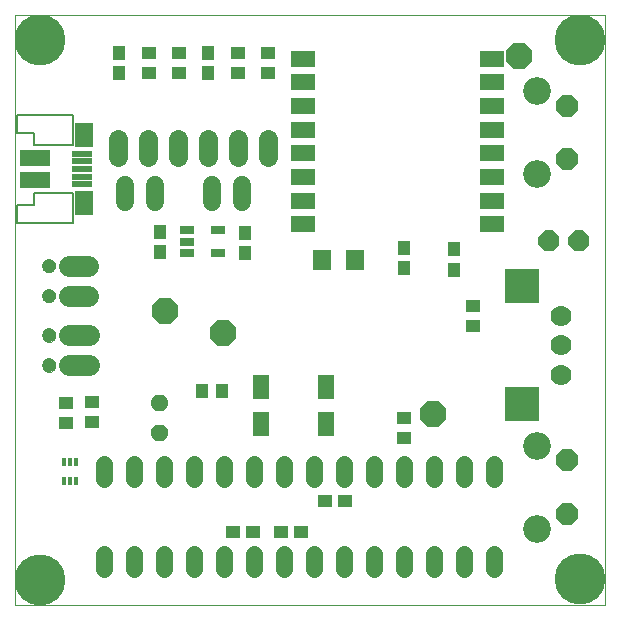
<source format=gbs>
G75*
%MOIN*%
%OFA0B0*%
%FSLAX24Y24*%
%IPPOS*%
%LPD*%
%AMOC8*
5,1,8,0,0,1.08239X$1,22.5*
%
%ADD10C,0.0000*%
%ADD11R,0.0591X0.0670*%
%ADD12R,0.0434X0.0473*%
%ADD13R,0.0473X0.0434*%
%ADD14R,0.0827X0.0552*%
%ADD15OC8,0.0890*%
%ADD16R,0.0512X0.0257*%
%ADD17C,0.0560*%
%ADD18R,0.0552X0.0788*%
%ADD19R,0.0152X0.0316*%
%ADD20R,0.0713X0.0197*%
%ADD21R,0.0615X0.0827*%
%ADD22R,0.1024X0.0581*%
%ADD23C,0.0050*%
%ADD24C,0.0600*%
%ADD25C,0.0112*%
%ADD26OC8,0.0700*%
%ADD27OC8,0.0740*%
%ADD28C,0.0925*%
%ADD29C,0.0700*%
%ADD30R,0.1142X0.1142*%
%ADD31C,0.0640*%
%ADD32C,0.0690*%
%ADD33C,0.0473*%
%ADD34C,0.1700*%
D10*
X000350Y000350D02*
X000350Y020035D01*
X020035Y020035D01*
X020035Y000350D01*
X000350Y000350D01*
X001267Y008344D02*
X001269Y008373D01*
X001275Y008401D01*
X001284Y008429D01*
X001297Y008455D01*
X001314Y008478D01*
X001333Y008500D01*
X001355Y008519D01*
X001380Y008534D01*
X001406Y008547D01*
X001434Y008555D01*
X001462Y008560D01*
X001491Y008561D01*
X001520Y008558D01*
X001548Y008551D01*
X001575Y008541D01*
X001601Y008527D01*
X001624Y008510D01*
X001645Y008490D01*
X001663Y008467D01*
X001678Y008442D01*
X001689Y008415D01*
X001697Y008387D01*
X001701Y008358D01*
X001701Y008330D01*
X001697Y008301D01*
X001689Y008273D01*
X001678Y008246D01*
X001663Y008221D01*
X001645Y008198D01*
X001624Y008178D01*
X001601Y008161D01*
X001575Y008147D01*
X001548Y008137D01*
X001520Y008130D01*
X001491Y008127D01*
X001462Y008128D01*
X001434Y008133D01*
X001406Y008141D01*
X001380Y008154D01*
X001355Y008169D01*
X001333Y008188D01*
X001314Y008210D01*
X001297Y008233D01*
X001284Y008259D01*
X001275Y008287D01*
X001269Y008315D01*
X001267Y008344D01*
X001267Y009344D02*
X001269Y009373D01*
X001275Y009401D01*
X001284Y009429D01*
X001297Y009455D01*
X001314Y009478D01*
X001333Y009500D01*
X001355Y009519D01*
X001380Y009534D01*
X001406Y009547D01*
X001434Y009555D01*
X001462Y009560D01*
X001491Y009561D01*
X001520Y009558D01*
X001548Y009551D01*
X001575Y009541D01*
X001601Y009527D01*
X001624Y009510D01*
X001645Y009490D01*
X001663Y009467D01*
X001678Y009442D01*
X001689Y009415D01*
X001697Y009387D01*
X001701Y009358D01*
X001701Y009330D01*
X001697Y009301D01*
X001689Y009273D01*
X001678Y009246D01*
X001663Y009221D01*
X001645Y009198D01*
X001624Y009178D01*
X001601Y009161D01*
X001575Y009147D01*
X001548Y009137D01*
X001520Y009130D01*
X001491Y009127D01*
X001462Y009128D01*
X001434Y009133D01*
X001406Y009141D01*
X001380Y009154D01*
X001355Y009169D01*
X001333Y009188D01*
X001314Y009210D01*
X001297Y009233D01*
X001284Y009259D01*
X001275Y009287D01*
X001269Y009315D01*
X001267Y009344D01*
X001259Y010670D02*
X001261Y010699D01*
X001267Y010727D01*
X001276Y010755D01*
X001289Y010781D01*
X001306Y010804D01*
X001325Y010826D01*
X001347Y010845D01*
X001372Y010860D01*
X001398Y010873D01*
X001426Y010881D01*
X001454Y010886D01*
X001483Y010887D01*
X001512Y010884D01*
X001540Y010877D01*
X001567Y010867D01*
X001593Y010853D01*
X001616Y010836D01*
X001637Y010816D01*
X001655Y010793D01*
X001670Y010768D01*
X001681Y010741D01*
X001689Y010713D01*
X001693Y010684D01*
X001693Y010656D01*
X001689Y010627D01*
X001681Y010599D01*
X001670Y010572D01*
X001655Y010547D01*
X001637Y010524D01*
X001616Y010504D01*
X001593Y010487D01*
X001567Y010473D01*
X001540Y010463D01*
X001512Y010456D01*
X001483Y010453D01*
X001454Y010454D01*
X001426Y010459D01*
X001398Y010467D01*
X001372Y010480D01*
X001347Y010495D01*
X001325Y010514D01*
X001306Y010536D01*
X001289Y010559D01*
X001276Y010585D01*
X001267Y010613D01*
X001261Y010641D01*
X001259Y010670D01*
X001259Y011670D02*
X001261Y011699D01*
X001267Y011727D01*
X001276Y011755D01*
X001289Y011781D01*
X001306Y011804D01*
X001325Y011826D01*
X001347Y011845D01*
X001372Y011860D01*
X001398Y011873D01*
X001426Y011881D01*
X001454Y011886D01*
X001483Y011887D01*
X001512Y011884D01*
X001540Y011877D01*
X001567Y011867D01*
X001593Y011853D01*
X001616Y011836D01*
X001637Y011816D01*
X001655Y011793D01*
X001670Y011768D01*
X001681Y011741D01*
X001689Y011713D01*
X001693Y011684D01*
X001693Y011656D01*
X001689Y011627D01*
X001681Y011599D01*
X001670Y011572D01*
X001655Y011547D01*
X001637Y011524D01*
X001616Y011504D01*
X001593Y011487D01*
X001567Y011473D01*
X001540Y011463D01*
X001512Y011456D01*
X001483Y011453D01*
X001454Y011454D01*
X001426Y011459D01*
X001398Y011467D01*
X001372Y011480D01*
X001347Y011495D01*
X001325Y011514D01*
X001306Y011536D01*
X001289Y011559D01*
X001276Y011585D01*
X001267Y011613D01*
X001261Y011641D01*
X001259Y011670D01*
D11*
X010602Y011851D03*
X011705Y011851D03*
D12*
X013332Y011590D03*
X013332Y012259D03*
X014980Y012209D03*
X014980Y011540D03*
X008032Y012093D03*
X008032Y012762D03*
X005179Y012786D03*
X005179Y012117D03*
X006605Y007505D03*
X007274Y007505D03*
X006789Y018089D03*
X006789Y018758D03*
X003814Y018758D03*
X003814Y018089D03*
D13*
X004812Y018089D03*
X004812Y018758D03*
X005812Y018758D03*
X005812Y018089D03*
X007787Y018089D03*
X007787Y018758D03*
X008807Y018758D03*
X008807Y018089D03*
X015613Y010319D03*
X015613Y009650D03*
X013327Y006585D03*
X013327Y005916D03*
X011372Y003824D03*
X010703Y003824D03*
X009905Y002795D03*
X009236Y002795D03*
X008277Y002805D03*
X007608Y002805D03*
X002910Y006453D03*
X002049Y006428D03*
X002049Y007097D03*
X002910Y007122D03*
D14*
X009959Y013051D03*
X009959Y013838D03*
X009959Y014626D03*
X009959Y015413D03*
X009959Y016201D03*
X009959Y016988D03*
X009959Y017775D03*
X009959Y018563D03*
X016259Y018563D03*
X016259Y017775D03*
X016259Y016988D03*
X016259Y016201D03*
X016259Y015413D03*
X016259Y014626D03*
X016259Y013838D03*
X016259Y013051D03*
D15*
X007280Y009422D03*
X005350Y010143D03*
X014277Y006729D03*
X017168Y018666D03*
D16*
X007119Y012844D03*
X006095Y012844D03*
X006095Y012470D03*
X006095Y012096D03*
X007119Y012096D03*
D17*
X007317Y005065D02*
X007317Y004545D01*
X006317Y004545D02*
X006317Y005065D01*
X005317Y005065D02*
X005317Y004545D01*
X004317Y004545D02*
X004317Y005065D01*
X003317Y005065D02*
X003317Y004545D01*
X003317Y002065D02*
X003317Y001545D01*
X004317Y001545D02*
X004317Y002065D01*
X005317Y002065D02*
X005317Y001545D01*
X006317Y001545D02*
X006317Y002065D01*
X007317Y002065D02*
X007317Y001545D01*
X008317Y001545D02*
X008317Y002065D01*
X009317Y002065D02*
X009317Y001545D01*
X010317Y001545D02*
X010317Y002065D01*
X011317Y002065D02*
X011317Y001545D01*
X012317Y001545D02*
X012317Y002065D01*
X013317Y002065D02*
X013317Y001545D01*
X014317Y001545D02*
X014317Y002065D01*
X015317Y002065D02*
X015317Y001545D01*
X016317Y001545D02*
X016317Y002065D01*
X016317Y004545D02*
X016317Y005065D01*
X015317Y005065D02*
X015317Y004545D01*
X014317Y004545D02*
X014317Y005065D01*
X013317Y005065D02*
X013317Y004545D01*
X012317Y004545D02*
X012317Y005065D01*
X011317Y005065D02*
X011317Y004545D01*
X010317Y004545D02*
X010317Y005065D01*
X009317Y005065D02*
X009317Y004545D01*
X008317Y004545D02*
X008317Y005065D01*
D18*
X008549Y006375D03*
X008549Y007635D03*
X010714Y007635D03*
X010714Y006375D03*
D19*
X002401Y005134D03*
X002204Y005134D03*
X002007Y005134D03*
X002007Y004484D03*
X002204Y004484D03*
X002401Y004484D03*
D20*
X002598Y014382D03*
X002598Y014638D03*
X002598Y014894D03*
X002598Y015150D03*
X002598Y015406D03*
D21*
X002649Y016036D03*
X002649Y013752D03*
D22*
X001011Y014525D03*
X001011Y015263D03*
D23*
X000980Y015675D02*
X002287Y015675D01*
X002287Y016688D01*
X001267Y016688D01*
X001271Y016688D01*
X000440Y016688D01*
X000437Y016104D01*
X000980Y016104D01*
X000980Y015675D01*
X000980Y014107D02*
X002287Y014107D01*
X002287Y013093D01*
X001267Y013093D01*
X001267Y013092D01*
X000437Y013092D01*
X000437Y013677D01*
X000980Y013677D01*
X000980Y014107D01*
D24*
X004021Y014350D02*
X004021Y013790D01*
X005021Y013790D02*
X005021Y014350D01*
X006916Y014343D02*
X006916Y013783D01*
X007916Y013783D02*
X007916Y014343D01*
D25*
X004986Y007069D02*
X004930Y007013D01*
X004930Y007199D01*
X005060Y007329D01*
X005246Y007329D01*
X005376Y007199D01*
X005376Y007013D01*
X005246Y006883D01*
X005060Y006883D01*
X004930Y007013D01*
X005014Y007048D01*
X005014Y007164D01*
X005095Y007245D01*
X005211Y007245D01*
X005292Y007164D01*
X005292Y007048D01*
X005211Y006967D01*
X005095Y006967D01*
X005014Y007048D01*
X005098Y007083D01*
X005098Y007129D01*
X005130Y007161D01*
X005176Y007161D01*
X005208Y007129D01*
X005208Y007083D01*
X005176Y007051D01*
X005130Y007051D01*
X005098Y007083D01*
X004986Y006079D02*
X004930Y006023D01*
X004930Y006209D01*
X005060Y006339D01*
X005246Y006339D01*
X005376Y006209D01*
X005376Y006023D01*
X005246Y005893D01*
X005060Y005893D01*
X004930Y006023D01*
X005014Y006058D01*
X005014Y006174D01*
X005095Y006255D01*
X005211Y006255D01*
X005292Y006174D01*
X005292Y006058D01*
X005211Y005977D01*
X005095Y005977D01*
X005014Y006058D01*
X005098Y006093D01*
X005098Y006139D01*
X005130Y006171D01*
X005176Y006171D01*
X005208Y006139D01*
X005208Y006093D01*
X005176Y006061D01*
X005130Y006061D01*
X005098Y006093D01*
D26*
X018157Y012502D03*
X019157Y012502D03*
D27*
X018753Y015208D03*
X018753Y016988D03*
X018753Y005177D03*
X018753Y003397D03*
D28*
X017773Y002907D03*
X017773Y005667D03*
X017773Y014718D03*
X017773Y017478D03*
D29*
X018568Y009996D03*
X018568Y009011D03*
X018568Y008027D03*
D30*
X017268Y007043D03*
X017268Y010980D03*
D31*
X008804Y015289D02*
X008804Y015889D01*
X007804Y015889D02*
X007804Y015289D01*
X006804Y015289D02*
X006804Y015889D01*
X005804Y015889D02*
X005804Y015289D01*
X004804Y015289D02*
X004804Y015889D01*
X003804Y015889D02*
X003804Y015289D01*
D32*
X002801Y011670D02*
X002151Y011670D01*
X002151Y010670D02*
X002801Y010670D01*
X002809Y009344D02*
X002160Y009344D01*
X002160Y008344D02*
X002809Y008344D01*
D33*
X001484Y008344D03*
X001484Y009344D03*
X001476Y010670D03*
X001476Y011670D03*
D34*
X001201Y019175D03*
X019182Y019177D03*
X019179Y001212D03*
X001200Y001200D03*
M02*

</source>
